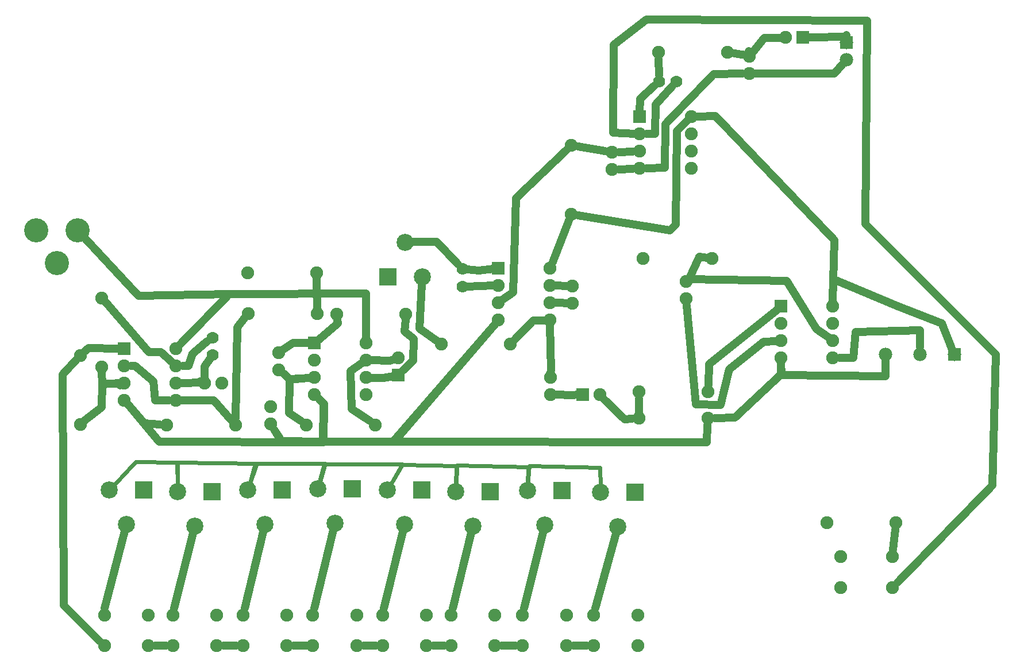
<source format=gbl>
G04 MADE WITH FRITZING*
G04 WWW.FRITZING.ORG*
G04 DOUBLE SIDED*
G04 HOLES PLATED*
G04 CONTOUR ON CENTER OF CONTOUR VECTOR*
%ASAXBY*%
%FSLAX23Y23*%
%MOIN*%
%OFA0B0*%
%SFA1.0B1.0*%
%ADD10C,0.140000*%
%ADD11C,0.075000*%
%ADD12C,0.099000*%
%ADD13C,0.070000*%
%ADD14C,0.078000*%
%ADD15R,0.075000X0.075000*%
%ADD16R,0.099000X0.099000*%
%ADD17R,0.078000X0.078000*%
%ADD18C,0.048000*%
%ADD19C,0.024000*%
%LNCOPPER0*%
G90*
G70*
G54D10*
X492Y3156D03*
X252Y3156D03*
X372Y2966D03*
G54D11*
X760Y2471D03*
X1060Y2471D03*
X760Y2371D03*
X1060Y2371D03*
X760Y2271D03*
X1060Y2271D03*
X760Y2171D03*
X1060Y2171D03*
X1865Y2502D03*
X2165Y2502D03*
X1865Y2402D03*
X2165Y2402D03*
X1865Y2302D03*
X2165Y2302D03*
X1865Y2202D03*
X2165Y2202D03*
X4572Y2715D03*
X4872Y2715D03*
X4572Y2615D03*
X4872Y2615D03*
X4572Y2515D03*
X4872Y2515D03*
X4572Y2415D03*
X4872Y2415D03*
X2932Y2936D03*
X3232Y2936D03*
X2932Y2836D03*
X3232Y2836D03*
X2932Y2736D03*
X3232Y2736D03*
X2932Y2636D03*
X3232Y2636D03*
X3751Y3815D03*
X4051Y3815D03*
X3751Y3715D03*
X4051Y3715D03*
X3751Y3615D03*
X4051Y3615D03*
X3751Y3515D03*
X4051Y3515D03*
G54D12*
X674Y1649D03*
X874Y1649D03*
X774Y1449D03*
X1071Y1641D03*
X1271Y1641D03*
X1171Y1441D03*
X1477Y1649D03*
X1677Y1649D03*
X1577Y1449D03*
X1884Y1657D03*
X2084Y1657D03*
X1984Y1457D03*
X2287Y1649D03*
X2487Y1649D03*
X2387Y1449D03*
X2684Y1641D03*
X2884Y1641D03*
X2784Y1441D03*
X3099Y1645D03*
X3299Y1645D03*
X3199Y1445D03*
X3525Y1637D03*
X3725Y1637D03*
X3625Y1437D03*
G54D11*
X3741Y746D03*
X3485Y746D03*
X3741Y924D03*
X3485Y924D03*
X3327Y746D03*
X3071Y746D03*
X3327Y924D03*
X3071Y924D03*
X2912Y746D03*
X2656Y746D03*
X2912Y924D03*
X2656Y924D03*
X2515Y746D03*
X2259Y746D03*
X2515Y924D03*
X2259Y924D03*
X2111Y746D03*
X1855Y746D03*
X2111Y924D03*
X1855Y924D03*
X1705Y746D03*
X1449Y746D03*
X1705Y924D03*
X1449Y924D03*
X1298Y746D03*
X1043Y746D03*
X1298Y924D03*
X1043Y924D03*
X902Y746D03*
X646Y746D03*
X902Y924D03*
X646Y924D03*
X4262Y4190D03*
X3862Y4190D03*
X1226Y2268D03*
X1326Y2268D03*
X3355Y3649D03*
X3355Y3249D03*
X3589Y3509D03*
X3589Y3609D03*
X1478Y2910D03*
X1878Y2910D03*
X1609Y2034D03*
X1609Y2134D03*
X1006Y2026D03*
X1406Y2026D03*
X1480Y2672D03*
X1880Y2672D03*
X3235Y2202D03*
X3235Y2302D03*
X1657Y2346D03*
X1657Y2446D03*
X506Y2031D03*
X506Y2431D03*
X4388Y4067D03*
X4388Y4167D03*
X3362Y2733D03*
X3362Y2833D03*
X4021Y2861D03*
X4021Y2761D03*
X1818Y2026D03*
X2218Y2026D03*
X630Y2364D03*
X630Y2764D03*
G54D13*
X1274Y2534D03*
X1274Y2434D03*
G54D14*
X5576Y2436D03*
X5376Y2436D03*
X5176Y2436D03*
G54D11*
X3772Y2994D03*
X4172Y2994D03*
X2395Y2668D03*
X1995Y2668D03*
X2351Y2315D03*
X2351Y2415D03*
X3747Y2219D03*
X4147Y2219D03*
X4147Y2065D03*
X3747Y2065D03*
X4698Y4275D03*
X4598Y4275D03*
X3422Y2202D03*
X3522Y2202D03*
G54D14*
X4949Y4247D03*
X4949Y4147D03*
G54D13*
X2724Y2932D03*
X2724Y2831D03*
X3865Y4020D03*
X3965Y4020D03*
G54D11*
X4917Y1263D03*
X5217Y1263D03*
X5237Y1460D03*
X4837Y1460D03*
X4918Y1084D03*
X5218Y1084D03*
X3000Y2496D03*
X2600Y2496D03*
G54D12*
X2489Y2887D03*
X2289Y2887D03*
X2389Y3087D03*
G54D15*
X760Y2471D03*
X1865Y2502D03*
X4572Y2715D03*
X2932Y2936D03*
X3751Y3815D03*
G54D16*
X874Y1649D03*
X1271Y1641D03*
X1677Y1649D03*
X2084Y1657D03*
X2487Y1649D03*
X2884Y1641D03*
X3299Y1645D03*
X3725Y1637D03*
G54D17*
X5576Y2436D03*
G54D15*
X2351Y2315D03*
X4698Y4275D03*
X3422Y2202D03*
G54D17*
X4949Y4247D03*
G54D16*
X2289Y2887D03*
G54D18*
X1567Y1407D02*
X1459Y962D01*
D02*
X618Y774D02*
X412Y980D01*
D02*
X412Y980D02*
X403Y2319D01*
D02*
X403Y2319D02*
X486Y2410D01*
D02*
X1160Y1399D02*
X1052Y962D01*
D02*
X2377Y1407D02*
X2268Y962D01*
D02*
X2616Y746D02*
X2554Y746D01*
D02*
X1410Y746D02*
X1338Y746D01*
D02*
X3189Y1403D02*
X3080Y962D01*
D02*
X764Y1408D02*
X648Y962D01*
D02*
X3445Y746D02*
X3367Y746D01*
D02*
X3031Y746D02*
X2952Y746D01*
D02*
X942Y746D02*
X1003Y746D01*
D02*
X2219Y746D02*
X2151Y746D01*
D02*
X1816Y746D02*
X1745Y746D01*
D02*
X3614Y1396D02*
X3495Y962D01*
D02*
X2774Y1399D02*
X2666Y962D01*
D02*
X752Y2265D02*
X736Y2255D01*
D02*
X631Y2131D02*
X634Y2265D01*
D02*
X634Y2265D02*
X752Y2265D01*
D02*
X528Y2048D02*
X631Y2131D01*
D02*
X555Y2472D02*
X528Y2449D01*
D02*
X732Y2471D02*
X555Y2472D01*
D02*
X1740Y2503D02*
X1837Y2502D01*
D02*
X1680Y2463D02*
X1740Y2503D01*
D02*
X1722Y2293D02*
X1837Y2300D01*
D02*
X1679Y2328D02*
X1722Y2293D01*
D02*
X1718Y2095D02*
X1786Y2049D01*
D02*
X1722Y2290D02*
X1718Y2095D01*
D02*
X1826Y2299D02*
X1722Y2290D01*
D02*
X1920Y2150D02*
X1886Y2182D01*
D02*
X1917Y1925D02*
X1920Y2150D01*
D02*
X963Y1929D02*
X1917Y1925D01*
D02*
X779Y2149D02*
X963Y1929D01*
D02*
X941Y2168D02*
X1021Y2170D01*
D02*
X800Y2371D02*
X825Y2371D01*
D02*
X825Y2371D02*
X929Y2280D01*
D02*
X929Y2280D02*
X941Y2168D01*
D02*
X2165Y2791D02*
X2165Y2531D01*
D02*
X1369Y2785D02*
X2165Y2791D01*
D02*
X1080Y2491D02*
X1369Y2785D01*
D02*
X2079Y2121D02*
X2186Y2048D01*
D02*
X2075Y2338D02*
X2079Y2121D01*
D02*
X2142Y2385D02*
X2075Y2338D01*
D02*
X2265Y2299D02*
X2323Y2310D01*
D02*
X2194Y2301D02*
X2265Y2299D01*
D02*
X2300Y2401D02*
X2324Y2407D01*
D02*
X2194Y2402D02*
X2300Y2401D01*
D02*
X1918Y2150D02*
X1914Y1929D01*
D02*
X2326Y1929D02*
X2913Y2614D01*
D02*
X1914Y1929D02*
X2326Y1929D01*
D02*
X1886Y2182D02*
X1918Y2150D01*
D02*
X3357Y2733D02*
X3334Y2732D01*
D02*
X3260Y2735D02*
X3357Y2733D01*
D02*
X3334Y2834D02*
X3260Y2835D01*
D02*
X2825Y2832D02*
X2903Y2835D01*
D02*
X2750Y2831D02*
X2825Y2832D01*
D02*
X2818Y2924D02*
X2903Y2933D01*
D02*
X2750Y2929D02*
X2818Y2924D01*
D02*
X2573Y3091D02*
X2698Y2959D01*
D02*
X2431Y3088D02*
X2573Y3091D01*
D02*
X3340Y3213D02*
X3246Y2972D01*
D02*
X3926Y3155D02*
X3394Y3243D01*
D02*
X3962Y3188D02*
X3926Y3155D01*
D02*
X3968Y3733D02*
X3962Y3188D01*
D02*
X4031Y3795D02*
X3968Y3733D01*
D02*
X3035Y3343D02*
X3326Y3622D01*
D02*
X3017Y2797D02*
X3035Y3343D01*
D02*
X2955Y2752D02*
X3017Y2797D01*
D02*
X877Y2037D02*
X779Y2149D01*
D02*
X967Y2030D02*
X877Y2037D01*
D02*
X1282Y2168D02*
X1380Y2056D01*
D02*
X1089Y2171D02*
X1282Y2168D01*
D02*
X1218Y2272D02*
X1201Y2281D01*
D02*
X1089Y2271D02*
X1218Y2272D01*
D02*
X1226Y2500D02*
X1244Y2513D01*
D02*
X1134Y2369D02*
X1156Y2438D01*
D02*
X1156Y2438D02*
X1226Y2500D01*
D02*
X1100Y2370D02*
X1134Y2369D01*
D02*
X1227Y2367D02*
X1259Y2413D01*
D02*
X1227Y2296D02*
X1227Y2367D01*
D02*
X1974Y1416D02*
X1865Y962D01*
D02*
X3236Y2346D02*
X3232Y2607D01*
D02*
X3235Y2330D02*
X3236Y2346D01*
D02*
X3359Y2201D02*
X3393Y2202D01*
D02*
X3264Y2202D02*
X3359Y2201D01*
D02*
X3663Y2060D02*
X3542Y2181D01*
D02*
X3707Y2062D02*
X3663Y2060D01*
D02*
X1918Y2151D02*
X1886Y2182D01*
D02*
X1673Y1933D02*
X1915Y1930D01*
D02*
X1915Y1930D02*
X1918Y2151D01*
D02*
X1630Y2001D02*
X1673Y1933D01*
D02*
X3902Y3772D02*
X3896Y3518D01*
D02*
X3896Y3518D02*
X3791Y3516D01*
D02*
X4179Y4064D02*
X3902Y3772D01*
D02*
X4348Y4067D02*
X4179Y4064D01*
D02*
X3839Y3715D02*
X3791Y3715D01*
D02*
X3844Y3887D02*
X3839Y3715D01*
D02*
X3940Y3992D02*
X3844Y3887D01*
D02*
X3754Y3919D02*
X3837Y3995D01*
D02*
X3752Y3844D02*
X3754Y3919D01*
D02*
X4387Y4170D02*
X4383Y4195D01*
D02*
X4301Y4184D02*
X4387Y4170D01*
D02*
X3862Y4150D02*
X3864Y4057D01*
D02*
X4473Y4273D02*
X4570Y4274D01*
D02*
X4406Y4189D02*
X4473Y4273D01*
D02*
X4950Y4278D02*
X4950Y4289D01*
D02*
X4738Y4275D02*
X4950Y4278D01*
D02*
X4881Y4067D02*
X4416Y4067D01*
D02*
X4929Y4124D02*
X4881Y4067D01*
D02*
X1417Y2592D02*
X1462Y2650D01*
D02*
X1407Y2066D02*
X1417Y2592D01*
D02*
X2163Y2790D02*
X2165Y2531D01*
D02*
X1879Y2788D02*
X2163Y2790D01*
D02*
X1879Y2701D02*
X1879Y2788D01*
D02*
X2474Y2586D02*
X2487Y2844D01*
D02*
X2577Y2512D02*
X2474Y2586D01*
D02*
X3135Y2632D02*
X3203Y2634D01*
D02*
X3020Y2516D02*
X3135Y2632D01*
D02*
X3711Y3614D02*
X3629Y3610D01*
D02*
X3711Y3514D02*
X3629Y3510D01*
D02*
X3394Y3643D02*
X3550Y3616D01*
D02*
X3747Y2179D02*
X3746Y2104D01*
D02*
X2000Y2617D02*
X1998Y2640D01*
D02*
X1887Y2521D02*
X2000Y2617D01*
D02*
X2437Y2398D02*
X2372Y2335D01*
D02*
X2442Y2525D02*
X2437Y2398D01*
D02*
X2388Y2571D02*
X2442Y2525D01*
D02*
X2393Y2640D02*
X2388Y2571D01*
D02*
X2322Y1930D02*
X2913Y2614D01*
D02*
X4142Y1926D02*
X2322Y1930D01*
D02*
X4145Y2025D02*
X4142Y1926D01*
D02*
X4304Y2068D02*
X4186Y2065D01*
D02*
X4574Y2324D02*
X4304Y2068D01*
D02*
X4572Y2386D02*
X4574Y2324D01*
D02*
X4154Y2379D02*
X4149Y2259D01*
D02*
X4549Y2697D02*
X4154Y2379D01*
D02*
X635Y2264D02*
X632Y2335D01*
D02*
X732Y2269D02*
X635Y2264D01*
D02*
X974Y2449D02*
X1039Y2390D01*
D02*
X903Y2449D02*
X974Y2449D01*
D02*
X649Y2742D02*
X903Y2449D01*
G54D19*
D02*
X4096Y3000D02*
X4143Y2996D01*
D02*
X4035Y2886D02*
X4096Y3000D01*
G54D18*
D02*
X4096Y3003D02*
X4143Y2997D01*
D02*
X4036Y2872D02*
X4096Y3003D01*
D02*
X4604Y2863D02*
X4036Y2872D01*
D02*
X4778Y2583D02*
X4604Y2863D01*
D02*
X4849Y2532D02*
X4778Y2583D01*
D02*
X1877Y2826D02*
X1879Y2701D01*
D02*
X1878Y2881D02*
X1877Y2826D01*
D02*
X5798Y1676D02*
X5246Y1112D01*
D02*
X3792Y4378D02*
X5069Y4373D01*
D02*
X3597Y3723D02*
X3602Y4234D01*
D02*
X3602Y4234D02*
X3792Y4378D01*
D02*
X5069Y4373D02*
X5060Y3194D01*
D02*
X5060Y3194D02*
X5816Y2437D01*
D02*
X5816Y2437D02*
X5798Y1676D01*
D02*
X3723Y3717D02*
X3597Y3723D01*
D02*
X4873Y2873D02*
X4872Y2755D01*
D02*
X5503Y2616D02*
X5247Y2717D01*
D02*
X5247Y2717D02*
X4873Y2873D01*
D02*
X5561Y2474D02*
X5503Y2616D01*
D02*
X5377Y2575D02*
X5377Y2478D01*
D02*
X4991Y2417D02*
X5004Y2567D01*
D02*
X5004Y2567D02*
X5377Y2575D01*
D02*
X4911Y2416D02*
X4991Y2417D01*
D02*
X4569Y2315D02*
X4571Y2375D01*
D02*
X5177Y2395D02*
X5178Y2311D01*
D02*
X5178Y2311D02*
X4569Y2315D01*
D02*
X4077Y2146D02*
X4025Y2721D01*
D02*
X4222Y2144D02*
X4077Y2146D01*
D02*
X4269Y2349D02*
X4222Y2144D01*
D02*
X4471Y2511D02*
X4269Y2349D01*
D02*
X4543Y2514D02*
X4471Y2511D01*
D02*
X5221Y1303D02*
X5233Y1421D01*
D02*
X4190Y3818D02*
X4080Y3816D01*
D02*
X4880Y3101D02*
X4190Y3818D01*
D02*
X4872Y2744D02*
X4880Y3101D01*
D02*
X1369Y2786D02*
X1080Y2491D01*
D02*
X845Y2776D02*
X1369Y2786D01*
D02*
X534Y3111D02*
X845Y2776D01*
G54D19*
D02*
X1068Y1809D02*
X1070Y1672D01*
D02*
X828Y1812D02*
X1068Y1809D01*
D02*
X696Y1672D02*
X828Y1812D01*
D02*
X1071Y1809D02*
X1071Y1672D01*
D02*
X1530Y1804D02*
X1071Y1809D01*
D02*
X1488Y1679D02*
X1530Y1804D01*
D02*
X1522Y1804D02*
X1486Y1679D01*
D02*
X1893Y1687D02*
X1928Y1804D01*
D02*
X1928Y1804D02*
X1522Y1804D01*
D02*
X1920Y1800D02*
X1891Y1688D01*
D02*
X2303Y1676D02*
X2374Y1800D01*
D02*
X2374Y1800D02*
X1920Y1800D01*
D02*
X2374Y1796D02*
X2303Y1676D01*
D02*
X2686Y1788D02*
X2374Y1796D01*
D02*
X2685Y1672D02*
X2686Y1788D01*
D02*
X2691Y1792D02*
X2686Y1672D01*
D02*
X3100Y1676D02*
X3104Y1784D01*
D02*
X3104Y1784D02*
X2691Y1792D01*
D02*
X3109Y1788D02*
X3101Y1676D01*
D02*
X3525Y1668D02*
X3522Y1780D01*
D02*
X3522Y1780D02*
X3109Y1788D01*
G04 End of Copper0*
M02*
</source>
